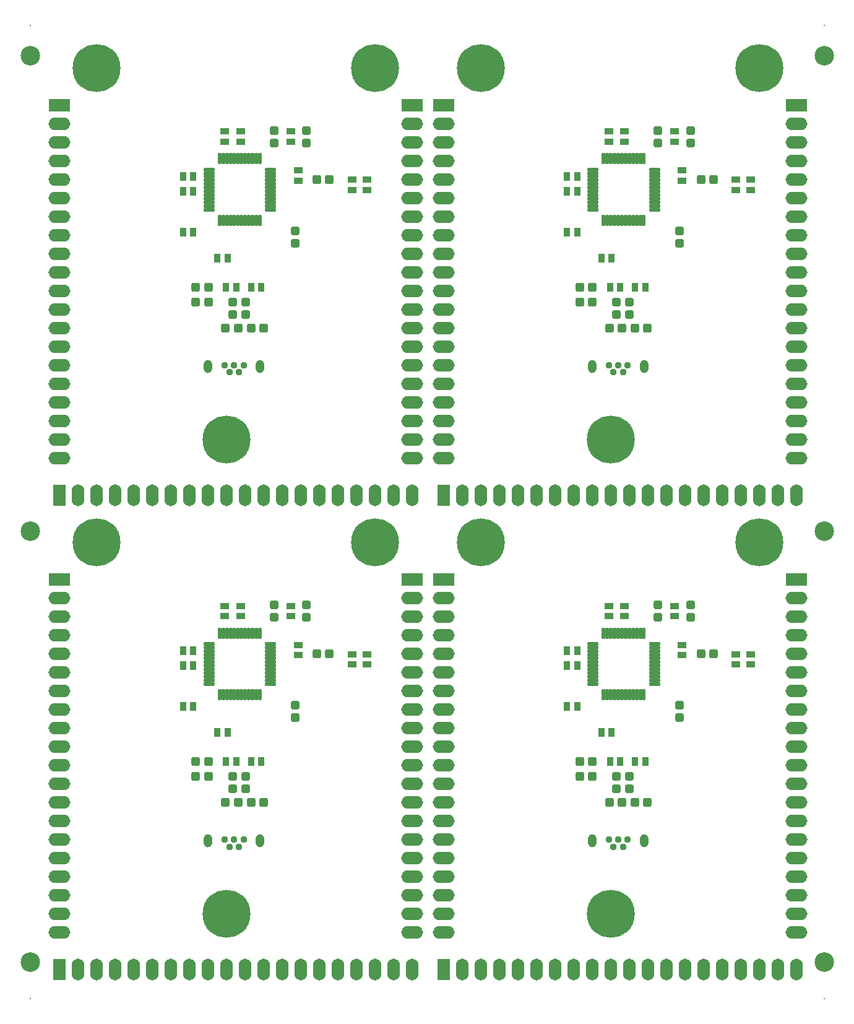
<source format=gts>
G04 Layer_Color=8388736*
%FSLAX25Y25*%
%MOIN*%
G70*
G01*
G75*
%ADD41C,0.10512*%
G04:AMPARAMS|DCode=42|XSize=47.37mil|YSize=43.43mil|CornerRadius=8.43mil|HoleSize=0mil|Usage=FLASHONLY|Rotation=90.000|XOffset=0mil|YOffset=0mil|HoleType=Round|Shape=RoundedRectangle|*
%AMROUNDEDRECTD42*
21,1,0.04737,0.02657,0,0,90.0*
21,1,0.03051,0.04343,0,0,90.0*
1,1,0.01686,0.01329,0.01526*
1,1,0.01686,0.01329,-0.01526*
1,1,0.01686,-0.01329,-0.01526*
1,1,0.01686,-0.01329,0.01526*
%
%ADD42ROUNDEDRECTD42*%
G04:AMPARAMS|DCode=43|XSize=47.37mil|YSize=43.43mil|CornerRadius=8.43mil|HoleSize=0mil|Usage=FLASHONLY|Rotation=180.000|XOffset=0mil|YOffset=0mil|HoleType=Round|Shape=RoundedRectangle|*
%AMROUNDEDRECTD43*
21,1,0.04737,0.02657,0,0,180.0*
21,1,0.03051,0.04343,0,0,180.0*
1,1,0.01686,-0.01526,0.01329*
1,1,0.01686,0.01526,0.01329*
1,1,0.01686,0.01526,-0.01329*
1,1,0.01686,-0.01526,-0.01329*
%
%ADD43ROUNDEDRECTD43*%
%ADD44O,0.01981X0.06312*%
%ADD45O,0.06312X0.01981*%
%ADD46R,0.03753X0.04540*%
%ADD47R,0.04540X0.03753*%
%ADD48C,0.00800*%
%ADD49C,0.25800*%
%ADD50R,0.11800X0.06800*%
%ADD51O,0.11800X0.06800*%
%ADD52R,0.06800X0.11800*%
%ADD53O,0.06800X0.11800*%
%ADD54C,0.03753*%
G04:AMPARAMS|DCode=55|XSize=47.37mil|YSize=70.99mil|CornerRadius=23.68mil|HoleSize=0mil|Usage=FLASHONLY|Rotation=0.000|XOffset=0mil|YOffset=0mil|HoleType=Round|Shape=RoundedRectangle|*
%AMROUNDEDRECTD55*
21,1,0.04737,0.02362,0,0,0.0*
21,1,0.00000,0.07099,0,0,0.0*
1,1,0.04737,0.00000,-0.01181*
1,1,0.04737,0.00000,-0.01181*
1,1,0.04737,0.00000,0.01181*
1,1,0.04737,0.00000,0.01181*
%
%ADD55ROUNDEDRECTD55*%
D41*
X-7874Y11811D02*
D03*
X419874D02*
D03*
Y244094D02*
D03*
X-7874D02*
D03*
X419874Y500000D02*
D03*
X-7874D02*
D03*
D42*
X111100Y98000D02*
D03*
X117793D02*
D03*
X104100D02*
D03*
X97407D02*
D03*
X81407Y112000D02*
D03*
X88100D02*
D03*
Y120000D02*
D03*
X81407D02*
D03*
X153347Y178000D02*
D03*
X146653D02*
D03*
X318000Y98000D02*
D03*
X324693D02*
D03*
X311000D02*
D03*
X304307D02*
D03*
X288307Y112000D02*
D03*
X295000D02*
D03*
Y120000D02*
D03*
X288307D02*
D03*
X360246Y178000D02*
D03*
X353554D02*
D03*
X111100Y353400D02*
D03*
X117793D02*
D03*
X104100D02*
D03*
X97407D02*
D03*
X81407Y367400D02*
D03*
X88100D02*
D03*
Y375400D02*
D03*
X81407D02*
D03*
X153347Y433400D02*
D03*
X146653D02*
D03*
X318000Y353400D02*
D03*
X324693D02*
D03*
X311000D02*
D03*
X304307D02*
D03*
X288307Y367400D02*
D03*
X295000D02*
D03*
Y375400D02*
D03*
X288307D02*
D03*
X360246Y433400D02*
D03*
X353554D02*
D03*
D43*
X101100Y105307D02*
D03*
Y112000D02*
D03*
X108100D02*
D03*
Y105307D02*
D03*
X123500Y197654D02*
D03*
Y204346D02*
D03*
X141000Y197654D02*
D03*
Y204346D02*
D03*
X135000Y143500D02*
D03*
Y150193D02*
D03*
X308000Y105307D02*
D03*
Y112000D02*
D03*
X315000D02*
D03*
Y105307D02*
D03*
X330400Y197654D02*
D03*
Y204346D02*
D03*
X347900Y197654D02*
D03*
Y204346D02*
D03*
X341900Y143500D02*
D03*
Y150193D02*
D03*
X101100Y360707D02*
D03*
Y367400D02*
D03*
X108100D02*
D03*
Y360707D02*
D03*
X123500Y453054D02*
D03*
Y459747D02*
D03*
X141000Y453054D02*
D03*
Y459747D02*
D03*
X135000Y398900D02*
D03*
Y405593D02*
D03*
X308000Y360707D02*
D03*
Y367400D02*
D03*
X315000D02*
D03*
Y360707D02*
D03*
X330400Y453054D02*
D03*
Y459747D02*
D03*
X347900Y453054D02*
D03*
Y459747D02*
D03*
X341900Y398900D02*
D03*
Y405593D02*
D03*
D44*
X115827Y155965D02*
D03*
X113858D02*
D03*
X111890D02*
D03*
X109921D02*
D03*
X107953D02*
D03*
X105984D02*
D03*
X104016D02*
D03*
X102047D02*
D03*
X100079D02*
D03*
X98110D02*
D03*
X96142D02*
D03*
X94173D02*
D03*
Y189035D02*
D03*
X96142D02*
D03*
X98110D02*
D03*
X100079D02*
D03*
X102047D02*
D03*
X104016D02*
D03*
X105984D02*
D03*
X107953D02*
D03*
X109921D02*
D03*
X111890D02*
D03*
X113858D02*
D03*
X115827D02*
D03*
X322727Y155965D02*
D03*
X320758D02*
D03*
X318790D02*
D03*
X316821D02*
D03*
X314853D02*
D03*
X312884D02*
D03*
X310916D02*
D03*
X308947D02*
D03*
X306979D02*
D03*
X305010D02*
D03*
X303042D02*
D03*
X301073D02*
D03*
Y189035D02*
D03*
X303042D02*
D03*
X305010D02*
D03*
X306979D02*
D03*
X308947D02*
D03*
X310916D02*
D03*
X312884D02*
D03*
X314853D02*
D03*
X316821D02*
D03*
X318790D02*
D03*
X320758D02*
D03*
X322727D02*
D03*
X115827Y411365D02*
D03*
X113858D02*
D03*
X111890D02*
D03*
X109921D02*
D03*
X107953D02*
D03*
X105984D02*
D03*
X104016D02*
D03*
X102047D02*
D03*
X100079D02*
D03*
X98110D02*
D03*
X96142D02*
D03*
X94173D02*
D03*
Y444436D02*
D03*
X96142D02*
D03*
X98110D02*
D03*
X100079D02*
D03*
X102047D02*
D03*
X104016D02*
D03*
X105984D02*
D03*
X107953D02*
D03*
X109921D02*
D03*
X111890D02*
D03*
X113858D02*
D03*
X115827D02*
D03*
X322727Y411365D02*
D03*
X320758D02*
D03*
X318790D02*
D03*
X316821D02*
D03*
X314853D02*
D03*
X312884D02*
D03*
X310916D02*
D03*
X308947D02*
D03*
X306979D02*
D03*
X305010D02*
D03*
X303042D02*
D03*
X301073D02*
D03*
Y444436D02*
D03*
X303042D02*
D03*
X305010D02*
D03*
X306979D02*
D03*
X308947D02*
D03*
X310916D02*
D03*
X312884D02*
D03*
X314853D02*
D03*
X316821D02*
D03*
X318790D02*
D03*
X320758D02*
D03*
X322727D02*
D03*
D45*
X88465Y161673D02*
D03*
Y163642D02*
D03*
Y165610D02*
D03*
Y167579D02*
D03*
Y169547D02*
D03*
Y171516D02*
D03*
Y173484D02*
D03*
Y175453D02*
D03*
Y177421D02*
D03*
Y179390D02*
D03*
Y181358D02*
D03*
Y183327D02*
D03*
X121535D02*
D03*
Y181358D02*
D03*
Y179390D02*
D03*
Y177421D02*
D03*
Y175453D02*
D03*
Y173484D02*
D03*
Y171516D02*
D03*
Y169547D02*
D03*
Y167579D02*
D03*
Y165610D02*
D03*
Y163642D02*
D03*
Y161673D02*
D03*
X295365D02*
D03*
Y163642D02*
D03*
Y165610D02*
D03*
Y167579D02*
D03*
Y169547D02*
D03*
Y171516D02*
D03*
Y173484D02*
D03*
Y175453D02*
D03*
Y177421D02*
D03*
Y179390D02*
D03*
Y181358D02*
D03*
Y183327D02*
D03*
X328435D02*
D03*
Y181358D02*
D03*
Y179390D02*
D03*
Y177421D02*
D03*
Y175453D02*
D03*
Y173484D02*
D03*
Y171516D02*
D03*
Y169547D02*
D03*
Y167579D02*
D03*
Y165610D02*
D03*
Y163642D02*
D03*
Y161673D02*
D03*
X88465Y417073D02*
D03*
Y419042D02*
D03*
Y421010D02*
D03*
Y422979D02*
D03*
Y424947D02*
D03*
Y426916D02*
D03*
Y428884D02*
D03*
Y430853D02*
D03*
Y432821D02*
D03*
Y434790D02*
D03*
Y436758D02*
D03*
Y438727D02*
D03*
X121535D02*
D03*
Y436758D02*
D03*
Y434790D02*
D03*
Y432821D02*
D03*
Y430853D02*
D03*
Y428884D02*
D03*
Y426916D02*
D03*
Y424947D02*
D03*
Y422979D02*
D03*
Y421010D02*
D03*
Y419042D02*
D03*
Y417073D02*
D03*
X295365D02*
D03*
Y419042D02*
D03*
Y421010D02*
D03*
Y422979D02*
D03*
Y424947D02*
D03*
Y426916D02*
D03*
Y428884D02*
D03*
Y430853D02*
D03*
Y432821D02*
D03*
Y434790D02*
D03*
Y436758D02*
D03*
Y438727D02*
D03*
X328435D02*
D03*
Y436758D02*
D03*
Y434790D02*
D03*
Y432821D02*
D03*
Y430853D02*
D03*
Y428884D02*
D03*
Y426916D02*
D03*
Y424947D02*
D03*
Y422979D02*
D03*
Y421010D02*
D03*
Y419042D02*
D03*
Y417073D02*
D03*
D46*
X74488Y179500D02*
D03*
X80000D02*
D03*
X98412Y135600D02*
D03*
X92900D02*
D03*
X74488Y149500D02*
D03*
X80000D02*
D03*
X80012Y171500D02*
D03*
X74500D02*
D03*
X97588Y120000D02*
D03*
X103100D02*
D03*
X111100D02*
D03*
X116612D02*
D03*
X281388Y179500D02*
D03*
X286900D02*
D03*
X305312Y135600D02*
D03*
X299800D02*
D03*
X281388Y149500D02*
D03*
X286900D02*
D03*
X286912Y171500D02*
D03*
X281400D02*
D03*
X304488Y120000D02*
D03*
X310000D02*
D03*
X318000D02*
D03*
X323512D02*
D03*
X74488Y434900D02*
D03*
X80000D02*
D03*
X98412Y391000D02*
D03*
X92900D02*
D03*
X74488Y404900D02*
D03*
X80000D02*
D03*
X80012Y426900D02*
D03*
X74500D02*
D03*
X97588Y375400D02*
D03*
X103100D02*
D03*
X111100D02*
D03*
X116612D02*
D03*
X281388Y434900D02*
D03*
X286900D02*
D03*
X305312Y391000D02*
D03*
X299800D02*
D03*
X281388Y404900D02*
D03*
X286900D02*
D03*
X286912Y426900D02*
D03*
X281400D02*
D03*
X304488Y375400D02*
D03*
X310000D02*
D03*
X318000D02*
D03*
X323512D02*
D03*
D47*
X105500Y198244D02*
D03*
Y203756D02*
D03*
X132500D02*
D03*
Y198244D02*
D03*
X165500Y172244D02*
D03*
Y177756D02*
D03*
X173500D02*
D03*
Y172244D02*
D03*
X97000Y203756D02*
D03*
Y198244D02*
D03*
X136500Y177244D02*
D03*
Y182756D02*
D03*
X312400Y198244D02*
D03*
Y203756D02*
D03*
X339400D02*
D03*
Y198244D02*
D03*
X372400Y172244D02*
D03*
Y177756D02*
D03*
X380400D02*
D03*
Y172244D02*
D03*
X303900Y203756D02*
D03*
Y198244D02*
D03*
X343400Y177244D02*
D03*
Y182756D02*
D03*
X105500Y453644D02*
D03*
Y459156D02*
D03*
X132500D02*
D03*
Y453644D02*
D03*
X165500Y427644D02*
D03*
Y433156D02*
D03*
X173500D02*
D03*
Y427644D02*
D03*
X97000Y459156D02*
D03*
Y453644D02*
D03*
X136500Y432644D02*
D03*
Y438156D02*
D03*
X312400Y453644D02*
D03*
Y459156D02*
D03*
X339400D02*
D03*
Y453644D02*
D03*
X372400Y427644D02*
D03*
Y433156D02*
D03*
X380400D02*
D03*
Y427644D02*
D03*
X303900Y459156D02*
D03*
Y453644D02*
D03*
X343400Y432644D02*
D03*
Y438156D02*
D03*
D48*
X419874Y516374D02*
D03*
Y-7874D02*
D03*
X-7874D02*
D03*
X-7874Y516374D02*
D03*
D49*
X98000Y37800D02*
D03*
X28000Y237800D02*
D03*
X178000D02*
D03*
X304900Y37800D02*
D03*
X234900Y237800D02*
D03*
X384900D02*
D03*
X98000Y293200D02*
D03*
X28000Y493200D02*
D03*
X178000D02*
D03*
X304900Y293200D02*
D03*
X234900Y493200D02*
D03*
X384900D02*
D03*
D50*
X8000Y217800D02*
D03*
X198000D02*
D03*
X214900D02*
D03*
X404900D02*
D03*
X8000Y473200D02*
D03*
X198000D02*
D03*
X214900D02*
D03*
X404900D02*
D03*
D51*
X8000Y207800D02*
D03*
Y197800D02*
D03*
Y187800D02*
D03*
Y177800D02*
D03*
Y167800D02*
D03*
Y157800D02*
D03*
Y147800D02*
D03*
Y137800D02*
D03*
Y127800D02*
D03*
Y117800D02*
D03*
Y107800D02*
D03*
Y97800D02*
D03*
Y87800D02*
D03*
Y77800D02*
D03*
Y67800D02*
D03*
Y57800D02*
D03*
Y47800D02*
D03*
Y37800D02*
D03*
Y27800D02*
D03*
X198000Y207800D02*
D03*
Y197800D02*
D03*
Y187800D02*
D03*
Y177800D02*
D03*
Y167800D02*
D03*
Y157800D02*
D03*
Y147800D02*
D03*
Y137800D02*
D03*
Y127800D02*
D03*
Y117800D02*
D03*
Y107800D02*
D03*
Y97800D02*
D03*
Y87800D02*
D03*
Y77800D02*
D03*
Y67800D02*
D03*
Y57800D02*
D03*
Y47800D02*
D03*
Y37800D02*
D03*
Y27800D02*
D03*
X214900Y207800D02*
D03*
Y197800D02*
D03*
Y187800D02*
D03*
Y177800D02*
D03*
Y167800D02*
D03*
Y157800D02*
D03*
Y147800D02*
D03*
Y137800D02*
D03*
Y127800D02*
D03*
Y117800D02*
D03*
Y107800D02*
D03*
Y97800D02*
D03*
Y87800D02*
D03*
Y77800D02*
D03*
Y67800D02*
D03*
Y57800D02*
D03*
Y47800D02*
D03*
Y37800D02*
D03*
Y27800D02*
D03*
X404900Y207800D02*
D03*
Y197800D02*
D03*
Y187800D02*
D03*
Y177800D02*
D03*
Y167800D02*
D03*
Y157800D02*
D03*
Y147800D02*
D03*
Y137800D02*
D03*
Y127800D02*
D03*
Y117800D02*
D03*
Y107800D02*
D03*
Y97800D02*
D03*
Y87800D02*
D03*
Y77800D02*
D03*
Y67800D02*
D03*
Y57800D02*
D03*
Y47800D02*
D03*
Y37800D02*
D03*
Y27800D02*
D03*
X8000Y463200D02*
D03*
Y453200D02*
D03*
Y443200D02*
D03*
Y433200D02*
D03*
Y423200D02*
D03*
Y413200D02*
D03*
Y403200D02*
D03*
Y393200D02*
D03*
Y383200D02*
D03*
Y373200D02*
D03*
Y363200D02*
D03*
Y353200D02*
D03*
Y343200D02*
D03*
Y333200D02*
D03*
Y323200D02*
D03*
Y313200D02*
D03*
Y303200D02*
D03*
Y293200D02*
D03*
Y283200D02*
D03*
X198000Y463200D02*
D03*
Y453200D02*
D03*
Y443200D02*
D03*
Y433200D02*
D03*
Y423200D02*
D03*
Y413200D02*
D03*
Y403200D02*
D03*
Y393200D02*
D03*
Y383200D02*
D03*
Y373200D02*
D03*
Y363200D02*
D03*
Y353200D02*
D03*
Y343200D02*
D03*
Y333200D02*
D03*
Y323200D02*
D03*
Y313200D02*
D03*
Y303200D02*
D03*
Y293200D02*
D03*
Y283200D02*
D03*
X214900Y463200D02*
D03*
Y453200D02*
D03*
Y443200D02*
D03*
Y433200D02*
D03*
Y423200D02*
D03*
Y413200D02*
D03*
Y403200D02*
D03*
Y393200D02*
D03*
Y383200D02*
D03*
Y373200D02*
D03*
Y363200D02*
D03*
Y353200D02*
D03*
Y343200D02*
D03*
Y333200D02*
D03*
Y323200D02*
D03*
Y313200D02*
D03*
Y303200D02*
D03*
Y293200D02*
D03*
Y283200D02*
D03*
X404900Y463200D02*
D03*
Y453200D02*
D03*
Y443200D02*
D03*
Y433200D02*
D03*
Y423200D02*
D03*
Y413200D02*
D03*
Y403200D02*
D03*
Y393200D02*
D03*
Y383200D02*
D03*
Y373200D02*
D03*
Y363200D02*
D03*
Y353200D02*
D03*
Y343200D02*
D03*
Y333200D02*
D03*
Y323200D02*
D03*
Y313200D02*
D03*
Y303200D02*
D03*
Y293200D02*
D03*
Y283200D02*
D03*
D52*
X8000Y7800D02*
D03*
X214900D02*
D03*
X8000Y263200D02*
D03*
X214900D02*
D03*
D53*
X18000Y7800D02*
D03*
X28000D02*
D03*
X38000D02*
D03*
X48000D02*
D03*
X58000D02*
D03*
X68000D02*
D03*
X78000D02*
D03*
X88000D02*
D03*
X98000D02*
D03*
X108000D02*
D03*
X118000D02*
D03*
X128000D02*
D03*
X138000D02*
D03*
X148000D02*
D03*
X158000D02*
D03*
X168000D02*
D03*
X178000D02*
D03*
X188000D02*
D03*
X198000D02*
D03*
X224900D02*
D03*
X234900D02*
D03*
X244900D02*
D03*
X254900D02*
D03*
X264900D02*
D03*
X274900D02*
D03*
X284900D02*
D03*
X294900D02*
D03*
X304900D02*
D03*
X314900D02*
D03*
X324900D02*
D03*
X334900D02*
D03*
X344900D02*
D03*
X354900D02*
D03*
X364900D02*
D03*
X374900D02*
D03*
X384900D02*
D03*
X394900D02*
D03*
X404900D02*
D03*
X18000Y263200D02*
D03*
X28000D02*
D03*
X38000D02*
D03*
X48000D02*
D03*
X58000D02*
D03*
X68000D02*
D03*
X78000D02*
D03*
X88000D02*
D03*
X98000D02*
D03*
X108000D02*
D03*
X118000D02*
D03*
X128000D02*
D03*
X138000D02*
D03*
X148000D02*
D03*
X158000D02*
D03*
X168000D02*
D03*
X178000D02*
D03*
X188000D02*
D03*
X198000D02*
D03*
X224900D02*
D03*
X234900D02*
D03*
X244900D02*
D03*
X254900D02*
D03*
X264900D02*
D03*
X274900D02*
D03*
X284900D02*
D03*
X294900D02*
D03*
X304900D02*
D03*
X314900D02*
D03*
X324900D02*
D03*
X334900D02*
D03*
X344900D02*
D03*
X354900D02*
D03*
X364900D02*
D03*
X374900D02*
D03*
X384900D02*
D03*
X394900D02*
D03*
X404900D02*
D03*
D54*
X96864Y78000D02*
D03*
X99423Y74063D02*
D03*
X101982Y78000D02*
D03*
X107100D02*
D03*
X104541Y74063D02*
D03*
X303764Y78000D02*
D03*
X306323Y74063D02*
D03*
X308882Y78000D02*
D03*
X314000D02*
D03*
X311441Y74063D02*
D03*
X96864Y333400D02*
D03*
X99423Y329463D02*
D03*
X101982Y333400D02*
D03*
X107100D02*
D03*
X104541Y329463D02*
D03*
X303764Y333400D02*
D03*
X306323Y329463D02*
D03*
X308882Y333400D02*
D03*
X314000D02*
D03*
X311441Y329463D02*
D03*
D55*
X87907Y77134D02*
D03*
X116057D02*
D03*
X294807D02*
D03*
X322957D02*
D03*
X87907Y332534D02*
D03*
X116057D02*
D03*
X294807D02*
D03*
X322957D02*
D03*
M02*

</source>
